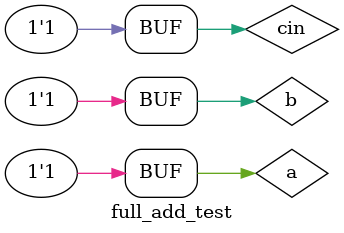
<source format=v>
module full_add_test;
reg a,b,cin;
wire s,cout;
full_add_str inst(.a(a),.b(b),.cin(cin),.cout(cout),.s(s));
initial begin
a=1'b0;b=1'b0;cin=1'b0;
#100
a=1'b0;b=1'b0;cin=1'b1;
#100
a=1'b0;b=1'b1;cin=1'b0;
#100
a=1'b0;b=1'b1;cin=1'b1;
#100
a=1'b1;b=1'b0;cin=1'b0;
#100
a=1'b1;b=1'b0;cin=1'b1;
#100
a=1'b1;b=1'b1;cin=1'b0;
#100
a=1'b1;b=1'b1;cin=1'b1;
end
endmodule

</source>
